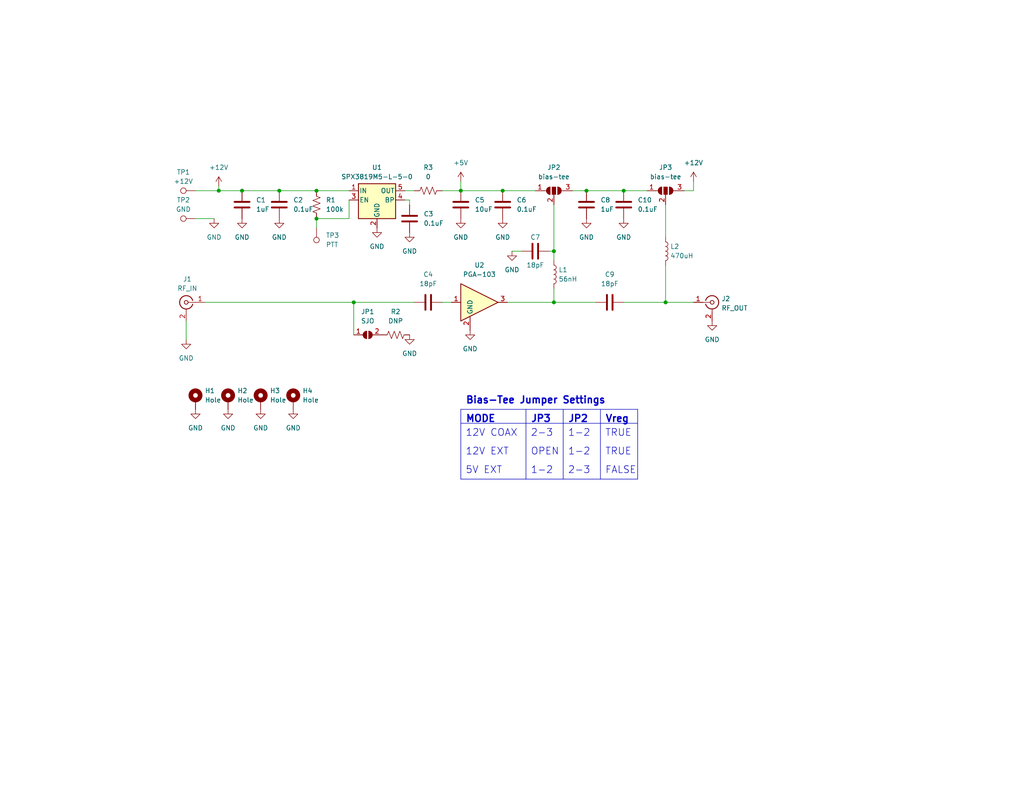
<source format=kicad_sch>
(kicad_sch (version 20230121) (generator eeschema)
  (paper "A")
  (title_block (title "PGA-103+ Preamplifier, Version 1") (date "2023-08-08") (rev "-") (company "VTGS, GSN-DSA") (comment 1 "Preamplifier for VHF/UHF Satellite Rx") (comment 2 "creativecommons.org/licenses/by/4.0/") (comment 3 "License: CC BY 4.0") (comment 4 "Author: Zach Leffke, KJ4QLP"))
  (lib_symbols
    (symbol "Connector:Conn_Coaxial" (pin_names (offset 1.016) hide)
      (property "Reference" "J" (at 0.254 3.048 0))
      (property "Value" "Conn_Coaxial" (at 2.921 0 90))
      (symbol "Conn_Coaxial_0_1"
        (arc (start -1.778 -0.508) (mid 0.2311 -1.8066) (end 1.778 0) (stroke (width 0.254)))
        (polyline (pts (xy -2.54 0) (xy -0.508 0)))
        (polyline (pts (xy 0 -2.54) (xy 0 -1.778)))
        (circle (center 0 0) (radius 0.508) (stroke (width 0.2032)))
        (arc (start 1.778 0) (mid 0.2099 1.8101) (end -1.778 0.508) (stroke (width 0.254)))
      )
      (symbol "Conn_Coaxial_1_1"
        (pin passive line (at -5.08 0 0) (length 2.54) (name "In") (number "1"))
        (pin passive line (at 0 -5.08 90) (length 2.54) (name "Ext") (number "2"))
      )
    )
    (symbol "Connector:TestPoint" (pin_numbers hide) (pin_names (offset 0.762) hide)
      (property "Reference" "TP" (at 0 6.858 0))
      (property "Value" "TestPoint" (at 0 5.08 0))
      (symbol "TestPoint_0_1"
        (circle (center 0 3.302) (radius 0.762))
      )
      (symbol "TestPoint_1_1"
        (pin passive line (at 0 0 90) (length 2.54) (name "1") (number "1"))
      )
    )
    (symbol "Device:C" (pin_numbers hide) (pin_names (offset 0.254))
      (property "Reference" "C" (at 0.635 2.54 0))
      (property "Value" "C" (at 0.635 -2.54 0))
      (symbol "C_0_1"
        (polyline (pts (xy -2.032 -0.762) (xy 2.032 -0.762)) (stroke (width 0.508)))
        (polyline (pts (xy -2.032 0.762) (xy 2.032 0.762)) (stroke (width 0.508)))
      )
      (symbol "C_1_1"
        (pin passive line (at 0 3.81 270) (length 2.794) (name "~") (number "1"))
        (pin passive line (at 0 -3.81 90) (length 2.794) (name "~") (number "2"))
      )
    )
    (symbol "Device:L" (pin_numbers hide) (pin_names (offset 1.016) hide)
      (property "Reference" "L" (at -1.27 0 90))
      (property "Value" "L" (at 1.905 0 90))
      (symbol "L_0_1"
        (arc (start 0 -2.54) (mid 0.6323 -1.905) (end 0 -1.27))
        (arc (start 0 -1.27) (mid 0.6323 -0.635) (end 0 0))
        (arc (start 0 0) (mid 0.6323 0.635) (end 0 1.27))
        (arc (start 0 1.27) (mid 0.6323 1.905) (end 0 2.54))
      )
      (symbol "L_1_1"
        (pin passive line (at 0 3.81 270) (length 1.27) (name "1") (number "1"))
        (pin passive line (at 0 -3.81 90) (length 1.27) (name "2") (number "2"))
      )
    )
    (symbol "Device:R_US" (pin_numbers hide) (pin_names (offset 0))
      (property "Reference" "R" (at 2.54 0 90))
      (property "Value" "R_US" (at -2.54 0 90))
      (symbol "R_US_0_1"
        (polyline (pts (xy 0 -2.286) (xy 0 -2.54)))
        (polyline (pts (xy 0 2.286) (xy 0 2.54)))
        (polyline (pts (xy 0 -0.762) (xy 1.016 -1.143) (xy 0 -1.524) (xy -1.016 -1.905) (xy 0 -2.286)))
        (polyline (pts (xy 0 0.762) (xy 1.016 0.381) (xy 0 0) (xy -1.016 -0.381) (xy 0 -0.762)))
        (polyline (pts (xy 0 2.286) (xy 1.016 1.905) (xy 0 1.524) (xy -1.016 1.143) (xy 0 0.762)))
      )
      (symbol "R_US_1_1"
        (pin passive line (at 0 3.81 270) (length 1.27) (name "~") (number "1"))
        (pin passive line (at 0 -3.81 90) (length 1.27) (name "~") (number "2"))
      )
    )
    (symbol "Jumper:SolderJumper_2_Open" (pin_names (offset 0) hide)
      (property "Reference" "JP" (at 0 2.032 0))
      (property "Value" "SolderJumper_2_Open" (at 0 -2.54 0))
      (symbol "SolderJumper_2_Open_0_1"
        (arc (start -0.254 1.016) (mid -1.2656 0) (end -0.254 -1.016))
        (arc (start -0.254 1.016) (mid -1.2656 0) (end -0.254 -1.016) (fill (type outline)))
        (polyline (pts (xy -0.254 1.016) (xy -0.254 -1.016)))
        (polyline (pts (xy 0.254 1.016) (xy 0.254 -1.016)))
        (arc (start 0.254 -1.016) (mid 1.2656 0) (end 0.254 1.016))
        (arc (start 0.254 -1.016) (mid 1.2656 0) (end 0.254 1.016) (fill (type outline)))
      )
      (symbol "SolderJumper_2_Open_1_1"
        (pin passive line (at -3.81 0 0) (length 2.54) (name "A") (number "1"))
        (pin passive line (at 3.81 0 180) (length 2.54) (name "B") (number "2"))
      )
    )
    (symbol "Jumper:SolderJumper_3_Open" (pin_names (offset 0) hide)
      (property "Reference" "JP" (at -2.54 -2.54 0))
      (property "Value" "SolderJumper_3_Open" (at 0 2.794 0))
      (symbol "SolderJumper_3_Open_0_1"
        (arc (start -1.016 1.016) (mid -2.0276 0) (end -1.016 -1.016))
        (arc (start -1.016 1.016) (mid -2.0276 0) (end -1.016 -1.016) (fill (type outline)))
        (rectangle (start -0.508 1.016) (end 0.508 -1.016) (fill (type outline)))
        (polyline (pts (xy -2.54 0) (xy -2.032 0)))
        (polyline (pts (xy -1.016 1.016) (xy -1.016 -1.016)))
        (polyline (pts (xy 0 -1.27) (xy 0 -1.016)))
        (polyline (pts (xy 1.016 1.016) (xy 1.016 -1.016)))
        (polyline (pts (xy 2.54 0) (xy 2.032 0)))
        (arc (start 1.016 -1.016) (mid 2.0276 0) (end 1.016 1.016))
        (arc (start 1.016 -1.016) (mid 2.0276 0) (end 1.016 1.016) (fill (type outline)))
      )
      (symbol "SolderJumper_3_Open_1_1"
        (pin passive line (at -5.08 0 0) (length 2.54) (name "A") (number "1"))
        (pin passive line (at 0 -3.81 90) (length 2.54) (name "C") (number "2"))
        (pin passive line (at 5.08 0 180) (length 2.54) (name "B") (number "3"))
      )
    )
    (symbol "Mechanical:MountingHole_Pad" (pin_numbers hide) (pin_names (offset 1.016) hide)
      (property "Reference" "H" (at 0 6.35 0))
      (property "Value" "MountingHole_Pad" (at 0 4.445 0))
      (symbol "MountingHole_Pad_0_1"
        (circle (center 0 1.27) (radius 1.27) (stroke (width 1.27)))
      )
      (symbol "MountingHole_Pad_1_1"
        (pin input line (at 0 -2.54 90) (length 2.54) (name "1") (number "1"))
      )
    )
    (symbol "RF_Amplifier:PGA-103"
      (property "Reference" "U" (at -1.27 7.62 0))
      (property "Value" "PGA-103" (at 2.54 5.08 0))
      (symbol "PGA-103_0_1"
        (polyline (pts (xy 5.08 0) (xy -5.08 5.08) (xy -5.08 -5.08) (xy 5.08 0)) (stroke (width 0.254)) (fill (type background)))
      )
      (symbol "PGA-103_1_1"
        (pin input line (at -7.62 0 0) (length 2.54) (name "~") (number "1"))
        (pin power_in line (at -2.54 -7.62 90) (length 3.81) (name "GND") (number "2"))
        (pin output line (at 7.62 0 180) (length 2.54) (name "~") (number "3"))
      )
    )
    (symbol "Regulator_Linear:SPX3819M5-L-5-0" (pin_names (offset 0.254))
      (property "Reference" "U" (at -3.81 5.715 0))
      (property "Value" "SPX3819M5-L-5-0" (at 0 5.715 0))
      (symbol "SPX3819M5-L-5-0_0_1"
        (rectangle (start -5.08 4.445) (end 5.08 -5.08) (stroke (width 0.254)) (fill (type background)))
      )
      (symbol "SPX3819M5-L-5-0_1_1"
        (pin power_in line (at -7.62 2.54 0) (length 2.54) (name "IN") (number "1"))
        (pin power_in line (at 0 -7.62 90) (length 2.54) (name "GND") (number "2"))
        (pin input line (at -7.62 0 0) (length 2.54) (name "EN") (number "3"))
        (pin input line (at 7.62 0 180) (length 2.54) (name "BP") (number "4"))
        (pin power_out line (at 7.62 2.54 180) (length 2.54) (name "OUT") (number "5"))
      )
    )
    (symbol "power:+12V" (power) (pin_names (offset 0))
      (property "Value" "+12V" (at 0 3.556 0))
      (symbol "+12V_0_1"
        (polyline (pts (xy -0.762 1.27) (xy 0 2.54)))
        (polyline (pts (xy 0 0) (xy 0 2.54)))
        (polyline (pts (xy 0 2.54) (xy 0.762 1.27)))
      )
      (symbol "+12V_1_1"
        (pin power_in line (at 0 0 90) (length 0) hide (name "+12V") (number "1"))
      )
    )
    (symbol "power:+5V" (power) (pin_names (offset 0))
      (property "Value" "+5V" (at 0 3.556 0))
      (symbol "+5V_0_1"
        (polyline (pts (xy -0.762 1.27) (xy 0 2.54)))
        (polyline (pts (xy 0 0) (xy 0 2.54)))
        (polyline (pts (xy 0 2.54) (xy 0.762 1.27)))
      )
      (symbol "+5V_1_1"
        (pin power_in line (at 0 0 90) (length 0) hide (name "+5V") (number "1"))
      )
    )
    (symbol "power:GND" (power) (pin_names (offset 0))
      (property "Value" "GND" (at 0 -3.81 0))
      (symbol "GND_0_1"
        (polyline (pts (xy 0 0) (xy 0 -1.27) (xy 1.27 -1.27) (xy 0 -2.54) (xy -1.27 -1.27) (xy 0 -1.27)))
      )
      (symbol "GND_1_1"
        (pin power_in line (at 0 0 270) (length 0) hide (name "GND") (number "1"))
      )
    )
  )
  (junction (at 137.16 52.07))
  (junction (at 151.13 68.58))
  (junction (at 76.2 52.07))
  (junction (at 86.36 52.07))
  (junction (at 59.69 52.07))
  (junction (at 86.36 59.69))
  (junction (at 181.61 82.55))
  (junction (at 96.52 82.55))
  (junction (at 160.02 52.07))
  (junction (at 66.04 52.07))
  (junction (at 125.73 52.07))
  (junction (at 170.18 52.07))
  (junction (at 151.13 82.55))
  (wire (pts (xy 189.23 52.07) (xy 189.23 49.53)))
  (wire (pts (xy 59.69 50.8) (xy 59.69 52.07)))
  (wire (pts (xy 170.18 52.07) (xy 176.53 52.07)))
  (wire (pts (xy 151.13 78.74) (xy 151.13 82.55)))
  (wire (pts (xy 181.61 72.39) (xy 181.61 82.55)))
  (wire (pts (xy 125.73 52.07) (xy 137.16 52.07)))
  (wire (pts (xy 53.34 52.07) (xy 59.69 52.07)))
  (wire (pts (xy 160.02 52.07) (xy 170.18 52.07)))
  (wire (pts (xy 120.65 82.55) (xy 123.19 82.55)))
  (wire (pts (xy 151.13 68.58) (xy 151.13 71.12)))
  (wire (pts (xy 137.16 52.07) (xy 146.05 52.07)))
  (wire (pts (xy 96.52 82.55) (xy 113.03 82.55)))
  (wire (pts (xy 66.04 52.07) (xy 76.2 52.07)))
  (wire (pts (xy 76.2 52.07) (xy 86.36 52.07)))
  (wire (pts (xy 95.25 59.69) (xy 95.25 54.61)))
  (wire (pts (xy 181.61 82.55) (xy 189.23 82.55)))
  (polyline (pts (xy 163.83 111.76) (xy 163.83 130.81)))
  (polyline (pts (xy 125.73 115.57) (xy 173.99 115.57)))
  (polyline (pts (xy 125.73 111.76) (xy 173.99 111.76)))
  (wire (pts (xy 151.13 55.88) (xy 151.13 68.58)))
  (wire (pts (xy 86.36 52.07) (xy 95.25 52.07)))
  (wire (pts (xy 53.34 59.69) (xy 58.42 59.69)))
  (wire (pts (xy 149.86 68.58) (xy 151.13 68.58)))
  (wire (pts (xy 86.36 59.69) (xy 86.36 62.23)))
  (wire (pts (xy 110.49 52.07) (xy 113.03 52.07)))
  (wire (pts (xy 96.52 82.55) (xy 96.52 91.44)))
  (polyline (pts (xy 173.99 111.76) (xy 173.99 130.81)))
  (polyline (pts (xy 125.73 111.76) (xy 125.73 130.81)))
  (wire (pts (xy 181.61 55.88) (xy 181.61 64.77)))
  (wire (pts (xy 59.69 52.07) (xy 66.04 52.07)))
  (polyline (pts (xy 153.67 111.76) (xy 153.67 130.81)))
  (wire (pts (xy 186.69 52.07) (xy 189.23 52.07)))
  (polyline (pts (xy 143.51 111.76) (xy 143.51 130.81)))
  (wire (pts (xy 170.18 82.55) (xy 181.61 82.55)))
  (polyline (pts (xy 173.99 130.81) (xy 125.73 130.81)))
  (wire (pts (xy 138.43 82.55) (xy 151.13 82.55)))
  (wire (pts (xy 156.21 52.07) (xy 160.02 52.07)))
  (wire (pts (xy 151.13 82.55) (xy 162.56 82.55)))
  (wire (pts (xy 55.88 82.55) (xy 96.52 82.55)))
  (wire (pts (xy 139.7 68.58) (xy 142.24 68.58)))
  (wire (pts (xy 111.76 54.61) (xy 111.76 55.88)))
  (wire (pts (xy 120.65 52.07) (xy 125.73 52.07)))
  (wire (pts (xy 86.36 59.69) (xy 95.25 59.69)))
  (wire (pts (xy 110.49 54.61) (xy 111.76 54.61)))
  (wire (pts (xy 50.8 87.63) (xy 50.8 92.71)))
  (wire (pts (xy 125.73 49.53) (xy 125.73 52.07)))
  (text "2-3" (at 154.94 129.54 0) (effects (font (size 1.905 1.905)) (justify left bottom)))
  (text "TRUE" (at 165.1 119.38 0) (effects (font (size 1.905 1.905)) (justify left bottom)))
  (text "2-3" (at 144.78 119.38 0) (effects (font (size 1.905 1.905)) (justify left bottom)))
  (text "OPEN" (at 144.78 124.46 0) (effects (font (size 1.905 1.905)) (justify left bottom)))
  (text "Bias-Tee Jumper Settings" (at 127 110.49 0) (effects (font (size 1.905 1.905) (thickness 0.381) bold) (justify left bottom)))
  (text "JP2" (at 154.94 115.57 0) (effects (font (size 1.905 1.905) (thickness 0.381) bold) (justify left bottom)))
  (text "JP3" (at 144.78 115.57 0) (effects (font (size 1.905 1.905) (thickness 0.381) bold) (justify left bottom)))
  (text "12V COAX" (at 127 119.38 0) (effects (font (size 1.905 1.905)) (justify left bottom)))
  (text "1-2" (at 154.94 124.46 0) (effects (font (size 1.905 1.905)) (justify left bottom)))
  (text "Vreg" (at 165.1 115.57 0) (effects (font (size 1.905 1.905) (thickness 0.381) bold) (justify left bottom)))
  (text "1-2" (at 154.94 119.38 0) (effects (font (size 1.905 1.905)) (justify left bottom)))
  (text "TRUE" (at 165.1 124.46 0) (effects (font (size 1.905 1.905)) (justify left bottom)))
  (text "MODE" (at 127 115.57 0) (effects (font (size 1.905 1.905) (thickness 0.381) bold) (justify left bottom)))
  (text "1-2" (at 144.78 129.54 0) (effects (font (size 1.905 1.905)) (justify left bottom)))
  (text "5V EXT" (at 127 129.54 0) (effects (font (size 1.905 1.905)) (justify left bottom)))
  (text "12V EXT" (at 127 124.46 0) (effects (font (size 1.905 1.905)) (justify left bottom)))
  (text "FALSE" (at 165.1 129.54 0) (effects (font (size 1.905 1.905)) (justify left bottom)))
  (symbol (lib_id "power:GND") (at 128.27 90.17 0) (unit 1)
    (property "Reference" "#PWR015" (effects hide))
    (property "Value" "GND" (at 128.27 95.25 0))
  )
  (symbol (lib_id "Device:C") (at 137.16 55.88 180) (unit 1)
    (property "Reference" "C6" (at 140.97 54.61 0) (effects (justify right)))
    (property "Value" "0.1uF" (at 140.97 57.15 0) (effects (justify right)))
    (property "Footprint" "digikey-footprints:0805" (effects hide))
  )
  (symbol (lib_id "power:GND") (at 66.04 59.69 0) (unit 1)
    (property "Reference" "#PWR06" (effects hide))
    (property "Value" "GND" (at 66.04 64.77 0))
  )
  (symbol (lib_id "power:GND") (at 53.34 111.76 0) (unit 1)
    (property "Reference" "#PWR02" (effects hide))
    (property "Value" "GND" (at 53.34 116.84 0))
  )
  (symbol (lib_id "power:GND") (at 137.16 59.69 0) (unit 1)
    (property "Reference" "#PWR016" (effects hide))
    (property "Value" "GND" (at 137.16 64.77 0))
  )
  (symbol (lib_id "power:GND") (at 62.23 111.76 0) (unit 1)
    (property "Reference" "#PWR05" (effects hide))
    (property "Value" "GND" (at 62.23 116.84 0))
  )
  (symbol (lib_id "power:GND") (at 139.7 68.58 0) (unit 1)
    (property "Reference" "#PWR017" (effects hide))
    (property "Value" "GND" (at 139.7 73.66 0))
  )
  (symbol (lib_id "Device:R_US") (at 86.36 55.88 0) (unit 1)
    (property "Reference" "R1" (at 88.9 54.61 0) (effects (justify left)))
    (property "Value" "100k" (at 88.9 57.15 0) (effects (justify left)))
    (property "Footprint" "digikey-footprints:0805" (effects hide))
  )
  (symbol (lib_id "Connector:TestPoint") (at 53.34 59.69 90) (unit 1)
    (property "Reference" "TP2" (at 50.038 54.61 90))
    (property "Value" "GND" (at 50.038 57.15 90))
    (property "Footprint" "TestPoint:TestPoint_Pad_2.0x2.0mm" (effects hide))
  )
  (symbol (lib_id "Device:C") (at 66.04 55.88 180) (unit 1)
    (property "Reference" "C1" (at 69.85 54.61 0) (effects (justify right)))
    (property "Value" "1uF" (at 69.85 57.15 0) (effects (justify right)))
    (property "Footprint" "digikey-footprints:0805" (effects hide))
  )
  (symbol (lib_id "Connector:TestPoint") (at 53.34 52.07 90) (unit 1)
    (property "Reference" "TP1" (at 50.038 46.99 90))
    (property "Value" "+12V" (at 50.038 49.53 90))
    (property "Footprint" "TestPoint:TestPoint_Pad_2.0x2.0mm" (effects hide))
  )
  (symbol (lib_id "Device:L") (at 151.13 74.93 0) (unit 1)
    (property "Reference" "L1" (at 152.4 73.66 0) (effects (justify left)))
    (property "Value" "56nH" (at 152.4 76.2 0) (effects (justify left)))
    (property "Footprint" "digikey-footprints:0805" (effects hide))
  )
  (symbol (lib_id "power:GND") (at 125.73 59.69 0) (unit 1)
    (property "Reference" "#PWR014" (effects hide))
    (property "Value" "GND" (at 125.73 64.77 0))
  )
  (symbol (lib_id "power:GND") (at 76.2 59.69 0) (unit 1)
    (property "Reference" "#PWR08" (effects hide))
    (property "Value" "GND" (at 76.2 64.77 0))
  )
  (symbol (lib_id "power:GND") (at 71.12 111.76 0) (unit 1)
    (property "Reference" "#PWR07" (effects hide))
    (property "Value" "GND" (at 71.12 116.84 0))
  )
  (symbol (lib_id "Mechanical:MountingHole_Pad") (at 80.01 109.22 0) (unit 1)
    (property "Reference" "H4" (at 82.55 106.68 0) (effects (justify left)))
    (property "Value" "Hole" (at 82.55 109.22 0) (effects (justify left)))
    (property "Footprint" "MountingHole:MountingHole_2.5mm_Pad_Via" (effects hide))
  )
  (symbol (lib_id "Connector:Conn_Coaxial") (at 50.8 82.55 0) (mirror y) (unit 1)
    (property "Reference" "J1" (at 51.1174 76.2 0))
    (property "Value" "RF_IN" (at 51.1174 78.74 0))
    (property "Footprint" "Connector_Coaxial:SMA_Samtec_SMA-J-P-X-ST-EM1_EdgeMount" (effects hide))
    (property "Datasheet" " ~" (effects hide))
  )
  (symbol (lib_id "power:+5V") (at 125.73 49.53 0) (unit 1)
    (property "Reference" "#PWR013" (effects hide))
    (property "Value" "+5V" (at 125.73 44.45 0))
  )
  (symbol (lib_id "power:GND") (at 194.31 87.63 0) (unit 1)
    (property "Reference" "#PWR021" (effects hide))
    (property "Value" "GND" (at 194.31 92.71 0))
  )
  (symbol (lib_id "Device:L") (at 181.61 68.58 0) (unit 1)
    (property "Reference" "L2" (at 182.88 67.31 0) (effects (justify left)))
    (property "Value" "470uH" (at 182.88 69.85 0) (effects (justify left)))
    (property "Footprint" "digikey-footprints:0805" (effects hide))
  )
  (symbol (lib_id "Regulator_Linear:SPX3819M5-L-5-0") (at 102.87 54.61 0) (unit 1)
    (property "Reference" "U1" (at 102.87 45.72 0))
    (property "Value" "SPX3819M5-L-5-0" (at 102.87 48.26 0))
    (property "Footprint" "Package_TO_SOT_SMD:SOT-23-5" (effects hide))
    (property "Datasheet" "https://www.exar.com/content/document.ashx?id=22106&languageid=1033&type=Datasheet&partnumber=SPX3819&filename=SPX3819.pdf&part=SPX3819" (effects hide))
  )
  (symbol (lib_id "Device:C") (at 160.02 55.88 180) (unit 1)
    (property "Reference" "C8" (at 163.83 54.61 0) (effects (justify right)))
    (property "Value" "1uF" (at 163.83 57.15 0) (effects (justify right)))
    (property "Footprint" "digikey-footprints:0805" (effects hide))
  )
  (symbol (lib_id "power:GND") (at 58.42 59.69 0) (unit 1)
    (property "Reference" "#PWR03" (effects hide))
    (property "Value" "GND" (at 58.42 64.77 0))
  )
  (symbol (lib_id "power:GND") (at 111.76 63.5 0) (unit 1)
    (property "Reference" "#PWR011" (effects hide))
    (property "Value" "GND" (at 111.76 68.58 0))
  )
  (symbol (lib_id "Mechanical:MountingHole_Pad") (at 71.12 109.22 0) (unit 1)
    (property "Reference" "H3" (at 73.66 106.68 0) (effects (justify left)))
    (property "Value" "Hole" (at 73.66 109.22 0) (effects (justify left)))
    (property "Footprint" "MountingHole:MountingHole_2.5mm_Pad_Via" (effects hide))
  )
  (symbol (lib_id "Device:R_US") (at 107.95 91.44 90) (unit 1)
    (property "Reference" "R2" (at 107.95 85.09 90))
    (property "Value" "DNP" (at 107.95 87.63 90))
    (property "Footprint" "digikey-footprints:0805" (effects hide))
  )
  (symbol (lib_id "Device:C") (at 166.37 82.55 90) (unit 1)
    (property "Reference" "C9" (at 166.37 74.93 90))
    (property "Value" "18pF" (at 166.37 77.47 90))
    (property "Footprint" "digikey-footprints:0805" (effects hide))
  )
  (symbol (lib_id "Device:C") (at 111.76 59.69 180) (unit 1)
    (property "Reference" "C3" (at 115.57 58.42 0) (effects (justify right)))
    (property "Value" "0.1uF" (at 115.57 60.96 0) (effects (justify right)))
    (property "Footprint" "digikey-footprints:0805" (effects hide))
  )
  (symbol (lib_id "Connector:Conn_Coaxial") (at 194.31 82.55 0) (unit 1)
    (property "Reference" "J2" (at 196.85 81.5732 0) (effects (justify left)))
    (property "Value" "RF_OUT" (at 196.85 84.1132 0) (effects (justify left)))
    (property "Footprint" "Connector_Coaxial:SMA_Samtec_SMA-J-P-X-ST-EM1_EdgeMount" (effects hide))
    (property "Datasheet" " ~" (effects hide))
  )
  (symbol (lib_id "Device:C") (at 170.18 55.88 180) (unit 1)
    (property "Reference" "C10" (at 173.99 54.61 0) (effects (justify right)))
    (property "Value" "0.1uF" (at 173.99 57.15 0) (effects (justify right)))
    (property "Footprint" "digikey-footprints:0805" (effects hide))
  )
  (symbol (lib_id "Device:C") (at 76.2 55.88 180) (unit 1)
    (property "Reference" "C2" (at 80.01 54.61 0) (effects (justify right)))
    (property "Value" "0.1uF" (at 80.01 57.15 0) (effects (justify right)))
    (property "Footprint" "digikey-footprints:0805" (effects hide))
  )
  (symbol (lib_id "Jumper:SolderJumper_3_Open") (at 151.13 52.07 0) (unit 1)
    (property "Reference" "JP2" (at 151.13 45.72 0))
    (property "Value" "bias-tee" (at 151.13 48.26 0))
    (property "Footprint" "Jumper:SolderJumper-3_P1.3mm_Open_RoundedPad1.0x1.5mm_NumberLabels" (effects hide))
  )
  (symbol (lib_id "Jumper:SolderJumper_2_Open") (at 100.33 91.44 0) (unit 1)
    (property "Reference" "JP1" (at 100.33 85.09 0))
    (property "Value" "SJO" (at 100.33 87.63 0))
    (property "Footprint" "Jumper:SolderJumper-2_P1.3mm_Open_RoundedPad1.0x1.5mm" (effects hide))
  )
  (symbol (lib_id "Device:C") (at 146.05 68.58 90) (unit 1)
    (property "Reference" "C7" (at 146.05 64.77 90))
    (property "Value" "18pF" (at 146.05 72.39 90))
    (property "Footprint" "digikey-footprints:0805" (effects hide))
  )
  (symbol (lib_id "Device:C") (at 125.73 55.88 180) (unit 1)
    (property "Reference" "C5" (at 129.54 54.61 0) (effects (justify right)))
    (property "Value" "10uF" (at 129.54 57.15 0) (effects (justify right)))
    (property "Footprint" "digikey-footprints:0805" (effects hide))
  )
  (symbol (lib_id "power:GND") (at 160.02 59.69 0) (unit 1)
    (property "Reference" "#PWR018" (effects hide))
    (property "Value" "GND" (at 160.02 64.77 0))
  )
  (symbol (lib_id "Jumper:SolderJumper_3_Open") (at 181.61 52.07 0) (unit 1)
    (property "Reference" "JP3" (at 181.61 45.72 0))
    (property "Value" "bias-tee" (at 181.61 48.26 0))
    (property "Footprint" "Jumper:SolderJumper-3_P1.3mm_Open_RoundedPad1.0x1.5mm_NumberLabels" (effects hide))
  )
  (symbol (lib_id "RF_Amplifier:PGA-103") (at 130.81 82.55 0) (unit 1)
    (property "Reference" "U2" (at 130.81 72.39 0))
    (property "Value" "PGA-103" (at 130.81 74.93 0))
    (property "Footprint" "Package_TO_SOT_SMD:SOT-89-3" (effects hide))
    (property "Datasheet" "https://www.minicircuits.com/pdfs/PGA-103+.pdf" (effects hide))
  )
  (symbol (lib_id "Mechanical:MountingHole_Pad") (at 53.34 109.22 0) (unit 1)
    (property "Reference" "H1" (at 55.88 106.68 0) (effects (justify left)))
    (property "Value" "Hole" (at 55.88 109.22 0) (effects (justify left)))
    (property "Footprint" "MountingHole:MountingHole_2.5mm_Pad_Via" (effects hide))
  )
  (symbol (lib_id "Device:C") (at 116.84 82.55 90) (unit 1)
    (property "Reference" "C4" (at 116.84 74.93 90))
    (property "Value" "18pF" (at 116.84 77.47 90))
    (property "Footprint" "digikey-footprints:0805" (effects hide))
  )
  (symbol (lib_id "power:GND") (at 111.76 91.44 0) (unit 1)
    (property "Reference" "#PWR012" (effects hide))
    (property "Value" "GND" (at 111.76 96.52 0))
  )
  (symbol (lib_id "power:GND") (at 102.87 62.23 0) (unit 1)
    (property "Reference" "#PWR010" (effects hide))
    (property "Value" "GND" (at 102.87 67.31 0))
  )
  (symbol (lib_id "power:GND") (at 80.01 111.76 0) (unit 1)
    (property "Reference" "#PWR09" (effects hide))
    (property "Value" "GND" (at 80.01 116.84 0))
  )
  (symbol (lib_id "Connector:TestPoint") (at 86.36 62.23 180) (unit 1)
    (property "Reference" "TP3" (at 88.9 64.262 0) (effects (justify right)))
    (property "Value" "PTT" (at 88.9 66.802 0) (effects (justify right)))
    (property "Footprint" "TestPoint:TestPoint_Pad_2.0x2.0mm" (effects hide))
  )
  (symbol (lib_id "power:+12V") (at 189.23 49.53 0) (unit 1)
    (property "Reference" "#PWR020" (effects hide))
    (property "Value" "+12V" (at 189.23 44.45 0))
  )
  (symbol (lib_id "Mechanical:MountingHole_Pad") (at 62.23 109.22 0) (unit 1)
    (property "Reference" "H2" (at 64.77 106.68 0) (effects (justify left)))
    (property "Value" "Hole" (at 64.77 109.22 0) (effects (justify left)))
    (property "Footprint" "MountingHole:MountingHole_2.5mm_Pad_Via" (effects hide))
  )
  (symbol (lib_id "power:GND") (at 170.18 59.69 0) (unit 1)
    (property "Reference" "#PWR019" (effects hide))
    (property "Value" "GND" (at 170.18 64.77 0))
  )
  (symbol (lib_id "Device:R_US") (at 116.84 52.07 90) (unit 1)
    (property "Reference" "R3" (at 116.84 45.72 90))
    (property "Value" "0" (at 116.84 48.26 90))
    (property "Footprint" "digikey-footprints:0805" (effects hide))
  )
  (symbol (lib_id "power:GND") (at 50.8 92.71 0) (unit 1)
    (property "Reference" "#PWR01" (effects hide))
    (property "Value" "GND" (at 50.8 97.79 0))
  )
  (symbol (lib_id "power:+12V") (at 59.69 50.8 0) (unit 1)
    (property "Reference" "#PWR04" (effects hide))
    (property "Value" "+12V" (at 59.69 45.72 0))
  )
)
</source>
